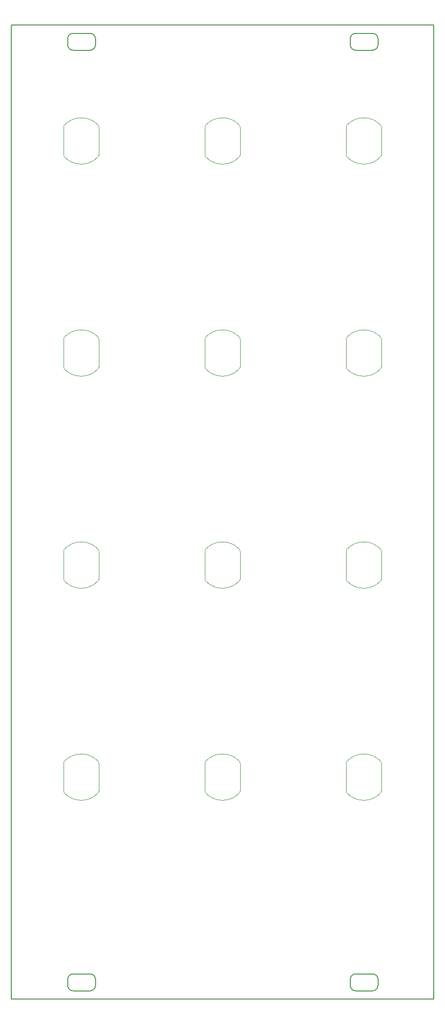
<source format=gbr>
%TF.GenerationSoftware,KiCad,Pcbnew,8.0.6*%
%TF.CreationDate,2025-04-05T09:24:32-04:00*%
%TF.ProjectId,BlindsPanel,426c696e-6473-4506-916e-656c2e6b6963,rev?*%
%TF.SameCoordinates,Original*%
%TF.FileFunction,Profile,NP*%
%FSLAX46Y46*%
G04 Gerber Fmt 4.6, Leading zero omitted, Abs format (unit mm)*
G04 Created by KiCad (PCBNEW 8.0.6) date 2025-04-05 09:24:32*
%MOMM*%
%LPD*%
G01*
G04 APERTURE LIST*
%TA.AperFunction,Profile*%
%ADD10C,0.200000*%
%TD*%
%TA.AperFunction,Profile*%
%ADD11C,0.100000*%
%TD*%
G04 APERTURE END LIST*
D10*
X89000000Y-17275000D02*
X165000000Y-17275000D01*
X165000000Y-192275000D01*
X89000000Y-192275000D01*
X89000000Y-17275000D01*
D11*
%TO.C,REF\u002A\u002A*%
X123825001Y-40601101D02*
X123825001Y-35593700D01*
X130175001Y-35598699D02*
X130175001Y-40606300D01*
X123825001Y-35593700D02*
G75*
G02*
X123960001Y-35252000I499978J-15D01*
G01*
X123960001Y-35252000D02*
G75*
G02*
X130040001Y-35252000I3040000J-2847999D01*
G01*
X123960001Y-40948000D02*
G75*
G02*
X123825001Y-40601101I365221J341848D01*
G01*
X130040001Y-35252000D02*
G75*
G02*
X130175014Y-35598699I-364801J-341700D01*
G01*
X130040001Y-40948000D02*
G75*
G02*
X123960001Y-40948000I-3040000J2847999D01*
G01*
X130175001Y-40606300D02*
G75*
G02*
X130040001Y-40948000I-499891J-20D01*
G01*
D10*
X149962500Y-20800000D02*
X149962500Y-19750000D01*
X150962500Y-18750000D02*
X153962500Y-18750000D01*
X153962500Y-21800000D02*
X150962500Y-21800000D01*
X154962500Y-19750000D02*
X154962500Y-20800000D01*
X149962500Y-19750000D02*
G75*
G02*
X150962500Y-18750000I999999J1D01*
G01*
X150962500Y-21800000D02*
G75*
G02*
X149962500Y-20800000I-1J999999D01*
G01*
X153962500Y-18750000D02*
G75*
G02*
X154962500Y-19750000I0J-1000000D01*
G01*
X154962500Y-20800000D02*
G75*
G02*
X153962500Y-21800000I-1000000J0D01*
G01*
D11*
X98425001Y-116801101D02*
X98425001Y-111793700D01*
X104775001Y-111798699D02*
X104775001Y-116806300D01*
X98425001Y-111793700D02*
G75*
G02*
X98560001Y-111452000I499978J-15D01*
G01*
X98560001Y-111452000D02*
G75*
G02*
X104640001Y-111452000I3040000J-2847999D01*
G01*
X98560001Y-117148000D02*
G75*
G02*
X98425001Y-116801101I365221J341848D01*
G01*
X104640001Y-111452000D02*
G75*
G02*
X104775014Y-111798699I-364801J-341700D01*
G01*
X104640001Y-117148000D02*
G75*
G02*
X98560001Y-117148000I-3040000J2847999D01*
G01*
X104775001Y-116806300D02*
G75*
G02*
X104640001Y-117148000I-499891J-20D01*
G01*
D10*
X99162500Y-189800000D02*
X99162500Y-188750000D01*
X100162500Y-187750000D02*
X103162500Y-187750000D01*
X103162500Y-190800000D02*
X100162500Y-190800000D01*
X104162500Y-188750000D02*
X104162500Y-189800000D01*
X99162500Y-188750000D02*
G75*
G02*
X100162500Y-187750000I999999J1D01*
G01*
X100162500Y-190800000D02*
G75*
G02*
X99162500Y-189800000I-1J999999D01*
G01*
X103162500Y-187750000D02*
G75*
G02*
X104162500Y-188750000I0J-1000000D01*
G01*
X104162500Y-189800000D02*
G75*
G02*
X103162500Y-190800000I-1000000J0D01*
G01*
D11*
X149225001Y-40601101D02*
X149225001Y-35593700D01*
X155575001Y-35598699D02*
X155575001Y-40606300D01*
X149225001Y-35593700D02*
G75*
G02*
X149360001Y-35252000I499978J-15D01*
G01*
X149360001Y-35252000D02*
G75*
G02*
X155440001Y-35252000I3040000J-2847999D01*
G01*
X149360001Y-40948000D02*
G75*
G02*
X149225001Y-40601101I365221J341848D01*
G01*
X155440001Y-35252000D02*
G75*
G02*
X155575014Y-35598699I-364801J-341700D01*
G01*
X155440001Y-40948000D02*
G75*
G02*
X149360001Y-40948000I-3040000J2847999D01*
G01*
X155575001Y-40606300D02*
G75*
G02*
X155440001Y-40948000I-499891J-20D01*
G01*
X98425001Y-78701101D02*
X98425001Y-73693700D01*
X104775001Y-73698699D02*
X104775001Y-78706300D01*
X98425001Y-73693700D02*
G75*
G02*
X98560001Y-73352000I499978J-15D01*
G01*
X98560001Y-73352000D02*
G75*
G02*
X104640001Y-73352000I3040000J-2847999D01*
G01*
X98560001Y-79048000D02*
G75*
G02*
X98425001Y-78701101I365221J341848D01*
G01*
X104640001Y-73352000D02*
G75*
G02*
X104775014Y-73698699I-364801J-341700D01*
G01*
X104640001Y-79048000D02*
G75*
G02*
X98560001Y-79048000I-3040000J2847999D01*
G01*
X104775001Y-78706300D02*
G75*
G02*
X104640001Y-79048000I-499891J-20D01*
G01*
D10*
X99162500Y-20800000D02*
X99162500Y-19750000D01*
X100162500Y-18750000D02*
X103162500Y-18750000D01*
X103162500Y-21800000D02*
X100162500Y-21800000D01*
X104162500Y-19750000D02*
X104162500Y-20800000D01*
X99162500Y-19750000D02*
G75*
G02*
X100162500Y-18750000I999999J1D01*
G01*
X100162500Y-21800000D02*
G75*
G02*
X99162500Y-20800000I-1J999999D01*
G01*
X103162500Y-18750000D02*
G75*
G02*
X104162500Y-19750000I0J-1000000D01*
G01*
X104162500Y-20800000D02*
G75*
G02*
X103162500Y-21800000I-1000000J0D01*
G01*
D11*
X98425001Y-154901101D02*
X98425001Y-149893700D01*
X104775001Y-149898699D02*
X104775001Y-154906300D01*
X98425001Y-149893700D02*
G75*
G02*
X98560001Y-149552000I499978J-15D01*
G01*
X98560001Y-149552000D02*
G75*
G02*
X104640001Y-149552000I3040000J-2847999D01*
G01*
X98560001Y-155248000D02*
G75*
G02*
X98425001Y-154901101I365221J341848D01*
G01*
X104640001Y-149552000D02*
G75*
G02*
X104775014Y-149898699I-364801J-341700D01*
G01*
X104640001Y-155248000D02*
G75*
G02*
X98560001Y-155248000I-3040000J2847999D01*
G01*
X104775001Y-154906300D02*
G75*
G02*
X104640001Y-155248000I-499891J-20D01*
G01*
X149225001Y-154901101D02*
X149225001Y-149893700D01*
X155575001Y-149898699D02*
X155575001Y-154906300D01*
X149225001Y-149893700D02*
G75*
G02*
X149360001Y-149552000I499978J-15D01*
G01*
X149360001Y-149552000D02*
G75*
G02*
X155440001Y-149552000I3040000J-2847999D01*
G01*
X149360001Y-155248000D02*
G75*
G02*
X149225001Y-154901101I365221J341848D01*
G01*
X155440001Y-149552000D02*
G75*
G02*
X155575014Y-149898699I-364801J-341700D01*
G01*
X155440001Y-155248000D02*
G75*
G02*
X149360001Y-155248000I-3040000J2847999D01*
G01*
X155575001Y-154906300D02*
G75*
G02*
X155440001Y-155248000I-499891J-20D01*
G01*
D10*
X149962500Y-189800000D02*
X149962500Y-188750000D01*
X150962500Y-187750000D02*
X153962500Y-187750000D01*
X153962500Y-190800000D02*
X150962500Y-190800000D01*
X154962500Y-188750000D02*
X154962500Y-189800000D01*
X149962500Y-188750000D02*
G75*
G02*
X150962500Y-187750000I999999J1D01*
G01*
X150962500Y-190800000D02*
G75*
G02*
X149962500Y-189800000I-1J999999D01*
G01*
X153962500Y-187750000D02*
G75*
G02*
X154962500Y-188750000I0J-1000000D01*
G01*
X154962500Y-189800000D02*
G75*
G02*
X153962500Y-190800000I-1000000J0D01*
G01*
D11*
X149225001Y-78701101D02*
X149225001Y-73693700D01*
X155575001Y-73698699D02*
X155575001Y-78706300D01*
X149225001Y-73693700D02*
G75*
G02*
X149360001Y-73352000I499978J-15D01*
G01*
X149360001Y-73352000D02*
G75*
G02*
X155440001Y-73352000I3040000J-2847999D01*
G01*
X149360001Y-79048000D02*
G75*
G02*
X149225001Y-78701101I365221J341848D01*
G01*
X155440001Y-73352000D02*
G75*
G02*
X155575014Y-73698699I-364801J-341700D01*
G01*
X155440001Y-79048000D02*
G75*
G02*
X149360001Y-79048000I-3040000J2847999D01*
G01*
X155575001Y-78706300D02*
G75*
G02*
X155440001Y-79048000I-499891J-20D01*
G01*
X123825001Y-154901101D02*
X123825001Y-149893700D01*
X130175001Y-149898699D02*
X130175001Y-154906300D01*
X123825001Y-149893700D02*
G75*
G02*
X123960001Y-149552000I499978J-15D01*
G01*
X123960001Y-149552000D02*
G75*
G02*
X130040001Y-149552000I3040000J-2847999D01*
G01*
X123960001Y-155248000D02*
G75*
G02*
X123825001Y-154901101I365221J341848D01*
G01*
X130040001Y-149552000D02*
G75*
G02*
X130175014Y-149898699I-364801J-341700D01*
G01*
X130040001Y-155248000D02*
G75*
G02*
X123960001Y-155248000I-3040000J2847999D01*
G01*
X130175001Y-154906300D02*
G75*
G02*
X130040001Y-155248000I-499891J-20D01*
G01*
X123825001Y-116801101D02*
X123825001Y-111793700D01*
X130175001Y-111798699D02*
X130175001Y-116806300D01*
X123825001Y-111793700D02*
G75*
G02*
X123960001Y-111452000I499978J-15D01*
G01*
X123960001Y-111452000D02*
G75*
G02*
X130040001Y-111452000I3040000J-2847999D01*
G01*
X123960001Y-117148000D02*
G75*
G02*
X123825001Y-116801101I365221J341848D01*
G01*
X130040001Y-111452000D02*
G75*
G02*
X130175014Y-111798699I-364801J-341700D01*
G01*
X130040001Y-117148000D02*
G75*
G02*
X123960001Y-117148000I-3040000J2847999D01*
G01*
X130175001Y-116806300D02*
G75*
G02*
X130040001Y-117148000I-499891J-20D01*
G01*
X98425001Y-40601101D02*
X98425001Y-35593700D01*
X104775001Y-35598699D02*
X104775001Y-40606300D01*
X98425001Y-35593700D02*
G75*
G02*
X98560001Y-35252000I499978J-15D01*
G01*
X98560001Y-35252000D02*
G75*
G02*
X104640001Y-35252000I3040000J-2847999D01*
G01*
X98560001Y-40948000D02*
G75*
G02*
X98425001Y-40601101I365221J341848D01*
G01*
X104640001Y-35252000D02*
G75*
G02*
X104775014Y-35598699I-364801J-341700D01*
G01*
X104640001Y-40948000D02*
G75*
G02*
X98560001Y-40948000I-3040000J2847999D01*
G01*
X104775001Y-40606300D02*
G75*
G02*
X104640001Y-40948000I-499891J-20D01*
G01*
X123825001Y-78701101D02*
X123825001Y-73693700D01*
X130175001Y-73698699D02*
X130175001Y-78706300D01*
X123825001Y-73693700D02*
G75*
G02*
X123960001Y-73352000I499978J-15D01*
G01*
X123960001Y-73352000D02*
G75*
G02*
X130040001Y-73352000I3040000J-2847999D01*
G01*
X123960001Y-79048000D02*
G75*
G02*
X123825001Y-78701101I365221J341848D01*
G01*
X130040001Y-73352000D02*
G75*
G02*
X130175014Y-73698699I-364801J-341700D01*
G01*
X130040001Y-79048000D02*
G75*
G02*
X123960001Y-79048000I-3040000J2847999D01*
G01*
X130175001Y-78706300D02*
G75*
G02*
X130040001Y-79048000I-499891J-20D01*
G01*
X149225001Y-116801101D02*
X149225001Y-111793700D01*
X155575001Y-111798699D02*
X155575001Y-116806300D01*
X149225001Y-111793700D02*
G75*
G02*
X149360001Y-111452000I499978J-15D01*
G01*
X149360001Y-111452000D02*
G75*
G02*
X155440001Y-111452000I3040000J-2847999D01*
G01*
X149360001Y-117148000D02*
G75*
G02*
X149225001Y-116801101I365221J341848D01*
G01*
X155440001Y-111452000D02*
G75*
G02*
X155575014Y-111798699I-364801J-341700D01*
G01*
X155440001Y-117148000D02*
G75*
G02*
X149360001Y-117148000I-3040000J2847999D01*
G01*
X155575001Y-116806300D02*
G75*
G02*
X155440001Y-117148000I-499891J-20D01*
G01*
%TD*%
M02*

</source>
